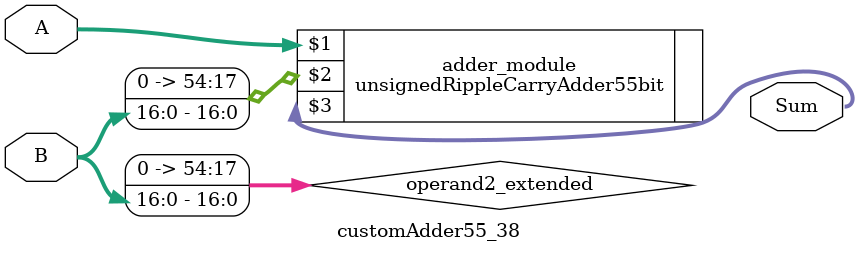
<source format=v>
module customAdder55_38(
                        input [54 : 0] A,
                        input [16 : 0] B,
                        
                        output [55 : 0] Sum
                );

        wire [54 : 0] operand2_extended;
        
        assign operand2_extended =  {38'b0, B};
        
        unsignedRippleCarryAdder55bit adder_module(
            A,
            operand2_extended,
            Sum
        );
        
        endmodule
        
</source>
